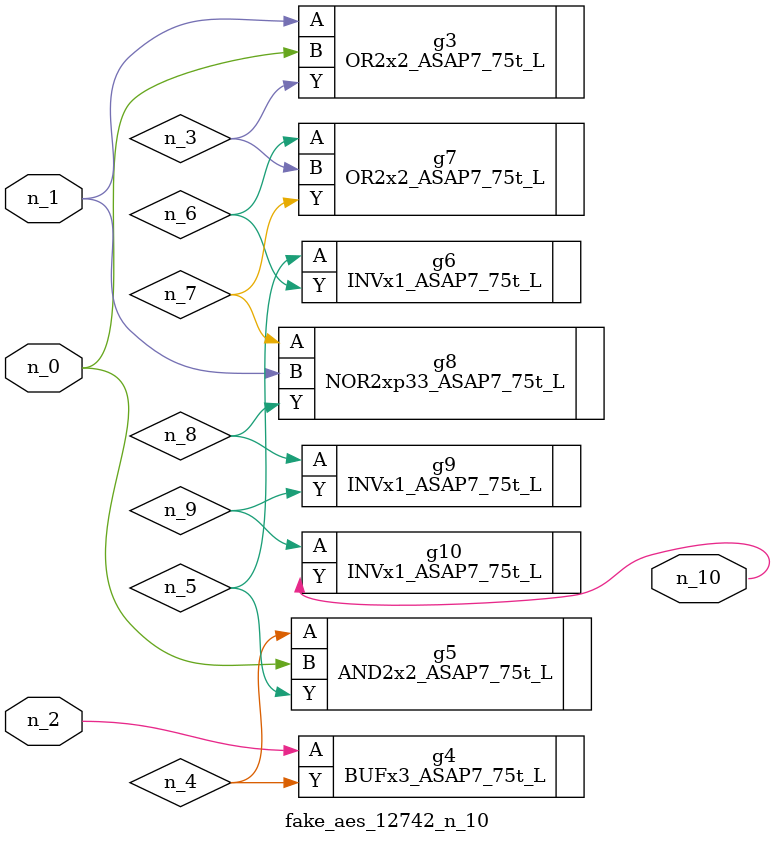
<source format=v>
module fake_aes_12742_n_10 (n_1, n_2, n_0, n_10);
input n_1;
input n_2;
input n_0;
output n_10;
wire n_6;
wire n_4;
wire n_3;
wire n_9;
wire n_5;
wire n_7;
wire n_8;
OR2x2_ASAP7_75t_L g3 ( .A(n_1), .B(n_0), .Y(n_3) );
BUFx3_ASAP7_75t_L g4 ( .A(n_2), .Y(n_4) );
AND2x2_ASAP7_75t_L g5 ( .A(n_4), .B(n_0), .Y(n_5) );
INVx1_ASAP7_75t_L g6 ( .A(n_5), .Y(n_6) );
OR2x2_ASAP7_75t_L g7 ( .A(n_6), .B(n_3), .Y(n_7) );
NOR2xp33_ASAP7_75t_L g8 ( .A(n_7), .B(n_1), .Y(n_8) );
INVx1_ASAP7_75t_L g9 ( .A(n_8), .Y(n_9) );
INVx1_ASAP7_75t_L g10 ( .A(n_9), .Y(n_10) );
endmodule
</source>
